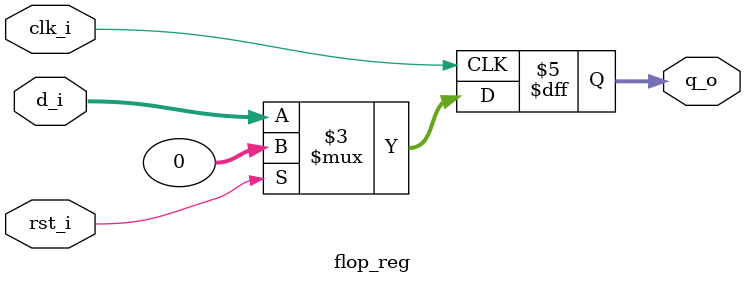
<source format=sv>
`timescale 1ns / 1ps

module flop_reg #(
  parameter DataWidth = 32
)(
  input  logic rst_i,
  input  logic clk_i,
  input  logic [DataWidth-1:0] d_i,
  output logic [DataWidth-1:0] q_o
);

always_ff @(posedge clk_i) begin
  if (rst_i) begin 
    q_o <= '0;
  end else begin
    q_o <= d_i;
  end
end

endmodule
</source>
